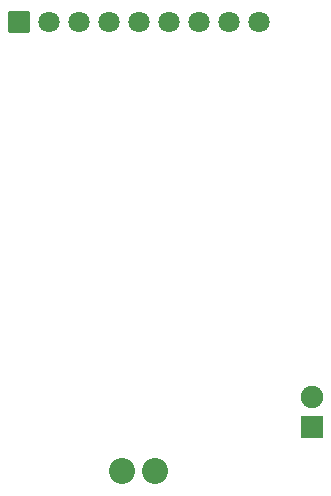
<source format=gbs>
G04 Layer: BottomSolderMaskLayer*
G04 EasyEDA Pro v2.1.57.773a98f1.225d47, 2024-05-26 20:13:35*
G04 Gerber Generator version 0.3*
G04 Scale: 100 percent, Rotated: No, Reflected: No*
G04 Dimensions in millimeters*
G04 Leading zeros omitted, absolute positions, 3 integers and 5 decimals*
%FSLAX35Y35*%
%MOMM*%
%AMRoundRect*1,1,$1,$2,$3*1,1,$1,$4,$5*1,1,$1,0-$2,0-$3*1,1,$1,0-$4,0-$5*20,1,$1,$2,$3,$4,$5,0*20,1,$1,$4,$5,0-$2,0-$3,0*20,1,$1,0-$2,0-$3,0-$4,0-$5,0*20,1,$1,0-$4,0-$5,$2,$3,0*4,1,4,$2,$3,$4,$5,0-$2,0-$3,0-$4,0-$5,$2,$3,0*%
%ADD10C,2.204*%
%ADD11RoundRect,0.09618X-0.85271X0.85271X0.85271X0.85271*%
%ADD12C,1.8016*%
%ADD13C,1.9016*%
%ADD14RoundRect,0.09645X-0.90257X-0.90257X-0.90257X0.90257*%
G75*


G04 Pad Start*
G54D10*
G01X1792000Y-4000000D03*
G01X1508000Y-4000000D03*
G54D11*
G01X634000Y-200000D03*
G54D12*
G01X888000Y-200000D03*
G01X1142000Y-200000D03*
G01X1396000Y-200000D03*
G01X1650000Y-200000D03*
G01X1904000Y-200000D03*
G01X2158000Y-200000D03*
G01X2412000Y-200000D03*
G01X2666000Y-200000D03*
G54D13*
G01X3120000Y-3373000D03*
G54D14*
G01X3120000Y-3627000D03*
G04 Pad End*

M02*

</source>
